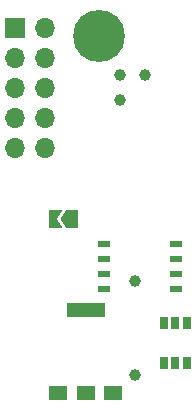
<source format=gbs>
G04 #@! TF.GenerationSoftware,KiCad,Pcbnew,7.0.1-3b83917a11~172~ubuntu22.04.1*
G04 #@! TF.CreationDate,2023-04-10T17:36:39+00:00*
G04 #@! TF.ProjectId,ducklace,6475636b-6c61-4636-952e-6b696361645f,rev?*
G04 #@! TF.SameCoordinates,Original*
G04 #@! TF.FileFunction,Soldermask,Bot*
G04 #@! TF.FilePolarity,Negative*
%FSLAX46Y46*%
G04 Gerber Fmt 4.6, Leading zero omitted, Abs format (unit mm)*
G04 Created by KiCad (PCBNEW 7.0.1-3b83917a11~172~ubuntu22.04.1) date 2023-04-10 17:36:39*
%MOMM*%
%LPD*%
G01*
G04 APERTURE LIST*
G04 Aperture macros list*
%AMFreePoly0*
4,1,6,1.000000,0.000000,0.500000,-0.750000,-0.500000,-0.750000,-0.500000,0.750000,0.500000,0.750000,1.000000,0.000000,1.000000,0.000000,$1*%
%AMFreePoly1*
4,1,6,0.500000,-0.750000,-0.650000,-0.750000,-0.150000,0.000000,-0.650000,0.750000,0.500000,0.750000,0.500000,-0.750000,0.500000,-0.750000,$1*%
G04 Aperture macros list end*
%ADD10C,1.000000*%
%ADD11R,1.700000X1.700000*%
%ADD12O,1.700000X1.700000*%
%ADD13C,0.700000*%
%ADD14C,4.400000*%
%ADD15R,0.650000X1.000000*%
%ADD16FreePoly0,180.000000*%
%ADD17FreePoly1,180.000000*%
%ADD18R,1.050000X0.595000*%
%ADD19R,1.500000X1.200000*%
%ADD20R,3.200000X1.250000*%
G04 APERTURE END LIST*
D10*
G04 #@! TO.C,J3*
X101000000Y-111910000D03*
X101000000Y-103930000D03*
G04 #@! TD*
D11*
G04 #@! TO.C,J2*
X90800000Y-82555000D03*
D12*
X93340000Y-82555000D03*
X90800000Y-85095000D03*
X93340000Y-85095000D03*
X90800000Y-87635000D03*
X93340000Y-87635000D03*
X90800000Y-90175000D03*
X93340000Y-90175000D03*
X90800000Y-92715000D03*
X93340000Y-92715000D03*
G04 #@! TD*
D13*
G04 #@! TO.C,H1*
X96250000Y-83180000D03*
X96733274Y-82013274D03*
X96733274Y-84346726D03*
X97900000Y-81530000D03*
D14*
X97900000Y-83180000D03*
D13*
X97900000Y-84830000D03*
X99066726Y-82013274D03*
X99066726Y-84346726D03*
X99550000Y-83180000D03*
G04 #@! TD*
D10*
G04 #@! TO.C,CLK*
X101800000Y-86480000D03*
G04 #@! TD*
G04 #@! TO.C,SWD*
X99700000Y-86480000D03*
G04 #@! TD*
D15*
G04 #@! TO.C,U4*
X105350000Y-107452800D03*
X104400000Y-107452800D03*
X103450000Y-107452800D03*
X103450000Y-110907200D03*
X104400000Y-110907200D03*
X105350000Y-110907200D03*
G04 #@! TD*
D16*
G04 #@! TO.C,BOOT*
X95625000Y-98680000D03*
D17*
X94175000Y-98680000D03*
G04 #@! TD*
D10*
G04 #@! TO.C,RST*
X99700000Y-88580000D03*
G04 #@! TD*
D18*
G04 #@! TO.C,U3*
X98375000Y-100775000D03*
X98375000Y-102045000D03*
X98375000Y-103315000D03*
X98375000Y-104585000D03*
X104425000Y-104582500D03*
X104425000Y-103315000D03*
X104425000Y-102045000D03*
X104425000Y-100775000D03*
G04 #@! TD*
D19*
G04 #@! TO.C,U2*
X94500000Y-113430000D03*
X96800000Y-113430000D03*
D20*
X96800000Y-106355000D03*
D19*
X99100000Y-113430000D03*
G04 #@! TD*
M02*

</source>
